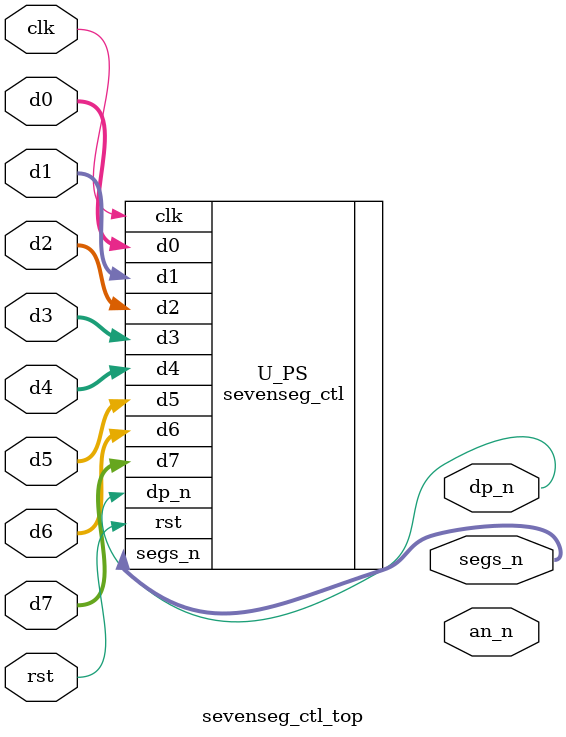
<source format=sv>
`timescale 1ns / 1ps


module sevenseg_ctl_top(
    input logic clk, rst,
    input logic [6:0] d7, d6, d5, d4, d3, d2, d1, d0,
    output logic [6:0] segs_n,
    output logic dp_n,
    output logic [7:0] an_n
    );
    sevenseg_ctl U_PS(.clk, .rst, .d7, .d6, .d5, .d4, .d3, .d2, .d1, .d0, .segs_n, .dp_n);
endmodule

</source>
